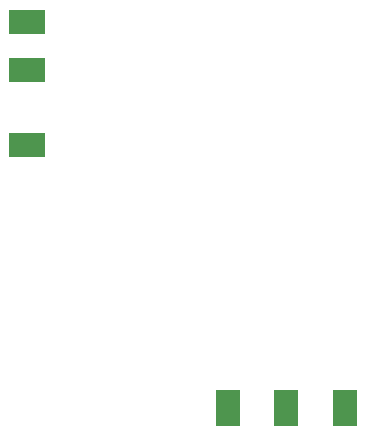
<source format=gbp>
G04 Layer: BottomPasteMaskLayer*
G04 EasyEDA v6.5.46, 2025-06-24 12:35:43*
G04 Gerber Generator version 0.2*
G04 Scale: 100 percent, Rotated: No, Reflected: No *
G04 Dimensions in millimeters *
G04 leading zeros omitted , absolute positions ,4 integer and 5 decimal *
%FSLAX45Y45*%
%MOMM*%

%ADD10C,0.0001*%

%LPD*%
G36*
X3911600Y4978400D02*
G01*
X4216400Y4978400D01*
X4216400Y4775200D01*
X3911600Y4775200D01*
G37*
G36*
X3911600Y4572000D02*
G01*
X4216400Y4572000D01*
X4216400Y4368800D01*
X3911600Y4368800D01*
G37*
G36*
X3911600Y3937000D02*
G01*
X4216400Y3937000D01*
X4216400Y3733800D01*
X3911600Y3733800D01*
G37*
G36*
X5664200Y1765300D02*
G01*
X5867400Y1765300D01*
X5867400Y1460500D01*
X5664200Y1460500D01*
G37*
G36*
X6159500Y1765300D02*
G01*
X6362700Y1765300D01*
X6362700Y1460500D01*
X6159500Y1460500D01*
G37*
G36*
X6661150Y1765300D02*
G01*
X6864350Y1765300D01*
X6864350Y1460500D01*
X6661150Y1460500D01*
G37*
M02*

</source>
